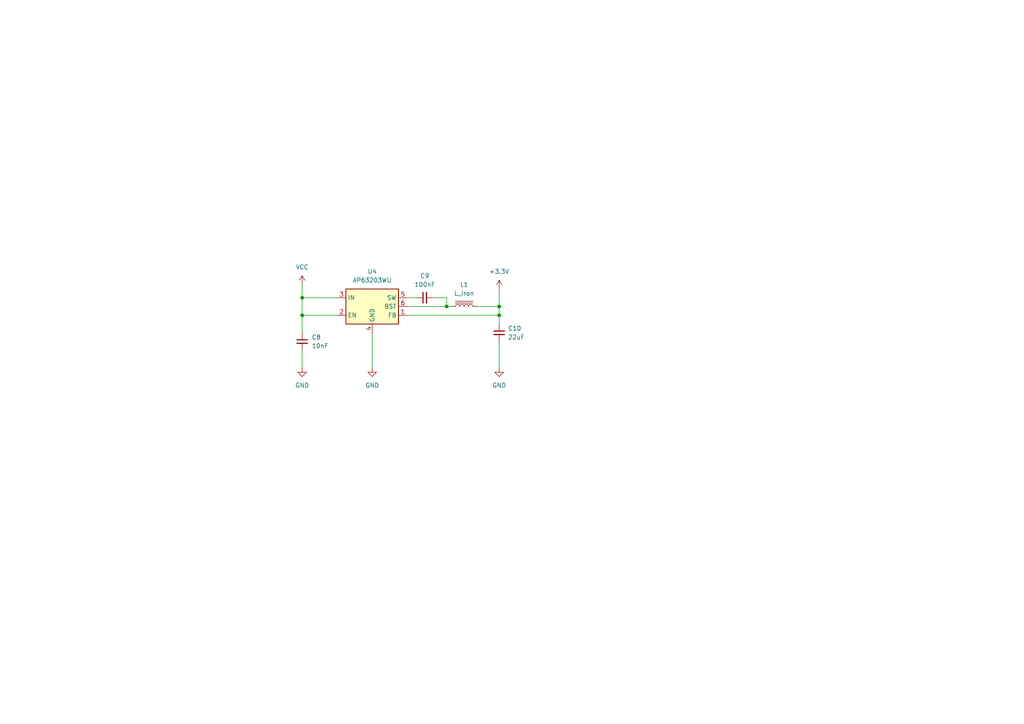
<source format=kicad_sch>
(kicad_sch (version 20250114) (generator "eeschema") (generator_version "9.0")
  (paper "A4")
  (lib_symbols
    (symbol "Device:C_Small" (pin_numbers (hide yes)) (pin_names (offset 0.254) (hide yes))
      (property "Reference" "C" (at 0.254 1.778 0))
      (property "Value" "C_Small" (at 0.254 -2.032 0))
      (symbol "C_Small_0_1"
        (polyline (pts (xy -1.524 0.508) (xy 1.524 0.508)) (stroke (width 0.3048)))
        (polyline (pts (xy -1.524 -0.508) (xy 1.524 -0.508)) (stroke (width 0.3302)))
      )
      (symbol "C_Small_1_1"
        (pin passive line (at 0 2.54 270) (length 2.032) (name "~") (number "1"))
        (pin passive line (at 0 -2.54 90) (length 2.032) (name "~") (number "2"))
      )
    )
    (symbol "Device:L_Iron" (pin_numbers (hide yes)) (pin_names (offset 1.016) (hide yes))
      (property "Reference" "L" (at -1.27 0 90))
      (property "Value" "L_Iron" (at 2.794 0 90))
      (symbol "L_Iron_0_1"
        (arc (start 0 2.54) (mid 0.6323 1.905) (end 0 1.27))
        (arc (start 0 1.27) (mid 0.6323 0.635) (end 0 0))
        (arc (start 0 0) (mid 0.6323 -0.635) (end 0 -1.27))
        (arc (start 0 -1.27) (mid 0.6323 -1.905) (end 0 -2.54))
        (polyline (pts (xy 1.016 2.54) (xy 1.016 -2.54)))
        (polyline (pts (xy 1.524 -2.54) (xy 1.524 2.54)))
      )
      (symbol "L_Iron_1_1"
        (pin passive line (at 0 3.81 270) (length 1.27) (name "1") (number "1"))
        (pin passive line (at 0 -3.81 90) (length 1.27) (name "2") (number "2"))
      )
    )
    (symbol "Regulator_Switching:AP63203WU"
      (property "Reference" "U" (at -7.62 6.35 0))
      (property "Value" "AP63203WU" (at 2.54 6.35 0))
      (symbol "AP63203WU_0_1"
        (rectangle (start -7.62 5.08) (end 7.62 -5.08) (stroke (width 0.254)) (fill (type background)))
      )
      (symbol "AP63203WU_1_1"
        (pin power_in line (at -10.16 2.54 0) (length 2.54) (name "IN") (number "3"))
        (pin input line (at -10.16 -2.54 0) (length 2.54) (name "EN") (number "2"))
        (pin power_in line (at 0 -7.62 90) (length 2.54) (name "GND") (number "4"))
        (pin output line (at 10.16 2.54 180) (length 2.54) (name "SW") (number "5"))
        (pin passive line (at 10.16 0 180) (length 2.54) (name "BST") (number "6"))
        (pin input line (at 10.16 -2.54 180) (length 2.54) (name "FB") (number "1"))
      )
    )
    (symbol "power:+3.3V" (power) (pin_numbers (hide yes)) (pin_names (offset 0) (hide yes))
      (property "Value" "+3.3V" (at 0 3.556 0))
      (symbol "+3.3V_0_1"
        (polyline (pts (xy -0.762 1.27) (xy 0 2.54)))
        (polyline (pts (xy 0 2.54) (xy 0.762 1.27)))
        (polyline (pts (xy 0 0) (xy 0 2.54)))
      )
      (symbol "+3.3V_1_1"
        (pin power_in line (at 0 0 90) (length 0) (name "~") (number "1"))
      )
    )
    (symbol "power:GND" (power) (pin_numbers (hide yes)) (pin_names (offset 0) (hide yes))
      (property "Value" "GND" (at 0 -3.81 0))
      (symbol "GND_0_1"
        (polyline (pts (xy 0 0) (xy 0 -1.27) (xy 1.27 -1.27) (xy 0 -2.54) (xy -1.27 -1.27) (xy 0 -1.27)))
      )
      (symbol "GND_1_1"
        (pin power_in line (at 0 0 270) (length 0) (name "~") (number "1"))
      )
    )
    (symbol "power:VCC" (power) (pin_numbers (hide yes)) (pin_names (offset 0) (hide yes))
      (property "Value" "VCC" (at 0 3.556 0))
      (symbol "VCC_0_1"
        (polyline (pts (xy -0.762 1.27) (xy 0 2.54)))
        (polyline (pts (xy 0 2.54) (xy 0.762 1.27)))
        (polyline (pts (xy 0 0) (xy 0 2.54)))
      )
      (symbol "VCC_1_1"
        (pin power_in line (at 0 0 90) (length 0) (name "~") (number "1"))
      )
    )
  )
  (junction (at 87.63 86.36))
  (junction (at 144.78 91.44))
  (junction (at 129.54 88.9))
  (junction (at 87.63 91.44))
  (junction (at 144.78 88.9))
  (wire (pts (xy 144.78 83.82) (xy 144.78 88.9)))
  (wire (pts (xy 129.54 88.9) (xy 130.81 88.9)))
  (wire (pts (xy 144.78 88.9) (xy 138.43 88.9)))
  (wire (pts (xy 125.73 86.36) (xy 129.54 86.36)))
  (wire (pts (xy 87.63 91.44) (xy 87.63 96.52)))
  (wire (pts (xy 87.63 101.6) (xy 87.63 106.68)))
  (wire (pts (xy 144.78 99.06) (xy 144.78 106.68)))
  (wire (pts (xy 87.63 86.36) (xy 97.79 86.36)))
  (wire (pts (xy 87.63 86.36) (xy 87.63 91.44)))
  (wire (pts (xy 107.95 96.52) (xy 107.95 106.68)))
  (wire (pts (xy 118.11 86.36) (xy 120.65 86.36)))
  (wire (pts (xy 144.78 91.44) (xy 144.78 93.98)))
  (wire (pts (xy 87.63 82.55) (xy 87.63 86.36)))
  (wire (pts (xy 87.63 91.44) (xy 97.79 91.44)))
  (wire (pts (xy 144.78 88.9) (xy 144.78 91.44)))
  (wire (pts (xy 129.54 86.36) (xy 129.54 88.9)))
  (wire (pts (xy 118.11 88.9) (xy 129.54 88.9)))
  (wire (pts (xy 118.11 91.44) (xy 144.78 91.44)))
  (symbol (lib_id "Device:C_Small") (at 87.63 99.06 0) (unit 1)
    (property "Reference" "C8" (at 90.3925 97.7962 0) (effects (justify left)))
    (property "Value" "10nF" (at 90.3925 100.3362 0) (effects (justify left)))
    (property "Description" "Unpolarized capacitor, small symbol" (effects (hide yes)))
  )
  (symbol (lib_id "Device:C_Small") (at 144.78 96.52 0) (unit 1)
    (property "Reference" "C10" (at 147.32 95.2562 0) (effects (justify left)))
    (property "Value" "22uF" (at 147.32 97.7962 0) (effects (justify left)))
    (property "Description" "Unpolarized capacitor, small symbol" (effects (hide yes)))
  )
  (symbol (lib_id "Regulator_Switching:AP63203WU") (at 107.95 88.9 0) (unit 1)
    (property "Reference" "U4" (at 107.95 78.74 0))
    (property "Value" "AP63203WU" (at 107.95 81.28 0))
    (property "Footprint" "Package_TO_SOT_SMD:TSOT-23-6" (effects (hide yes)))
    (property "Datasheet" "https://www.diodes.com/assets/Datasheets/AP63200-AP63201-AP63203-AP63205.pdf" (effects (hide yes)))
    (property "Description" "2A, 1.1MHz Buck DC/DC Converter, fixed 3.3V output voltage, TSOT-23-6" (effects (hide yes)))
  )
  (symbol (lib_id "power:GND") (at 107.95 106.68 0) (unit 1)
    (property "Reference" "#PWR047" (effects (hide yes)))
    (property "Value" "GND" (at 107.95 111.76 0))
    (property "Description" "Power symbol creates a global label with name \"GND\" , ground" (effects (hide yes)))
  )
  (symbol (lib_id "Device:C_Small") (at 123.19 86.36 90) (unit 1)
    (property "Reference" "C9" (at 123.1963 80.01 90))
    (property "Value" "100nF" (at 123.1963 82.55 90))
    (property "Description" "Unpolarized capacitor, small symbol" (effects (hide yes)))
  )
  (symbol (lib_id "power:GND") (at 144.78 106.68 0) (unit 1)
    (property "Reference" "#PWR048" (effects (hide yes)))
    (property "Value" "GND" (at 144.78 111.76 0))
    (property "Description" "Power symbol creates a global label with name \"GND\" , ground" (effects (hide yes)))
  )
  (symbol (lib_id "power:+3.3V") (at 144.78 83.82 0) (unit 1)
    (property "Reference" "#PWR07" (effects (hide yes)))
    (property "Value" "+3.3V" (at 144.78 78.74 0))
    (property "Description" "Power symbol creates a global label with name \"+3.3V\"" (effects (hide yes)))
  )
  (symbol (lib_id "power:VCC") (at 87.63 82.55 0) (unit 1)
    (property "Reference" "#PWR06" (effects (hide yes)))
    (property "Value" "VCC" (at 87.63 77.47 0))
    (property "Description" "Power symbol creates a global label with name \"VCC\"" (effects (hide yes)))
  )
  (symbol (lib_id "Device:L_Iron") (at 134.62 88.9 90) (unit 1)
    (property "Reference" "L1" (at 134.62 82.55 90))
    (property "Value" "L_Iron" (at 134.62 85.09 90))
    (property "Description" "Inductor with iron core" (effects (hide yes)))
  )
  (symbol (lib_id "power:GND") (at 87.63 106.68 0) (unit 1)
    (property "Reference" "#PWR05" (effects (hide yes)))
    (property "Value" "GND" (at 87.63 111.76 0))
    (property "Description" "Power symbol creates a global label with name \"GND\" , ground" (effects (hide yes)))
  )
)
</source>
